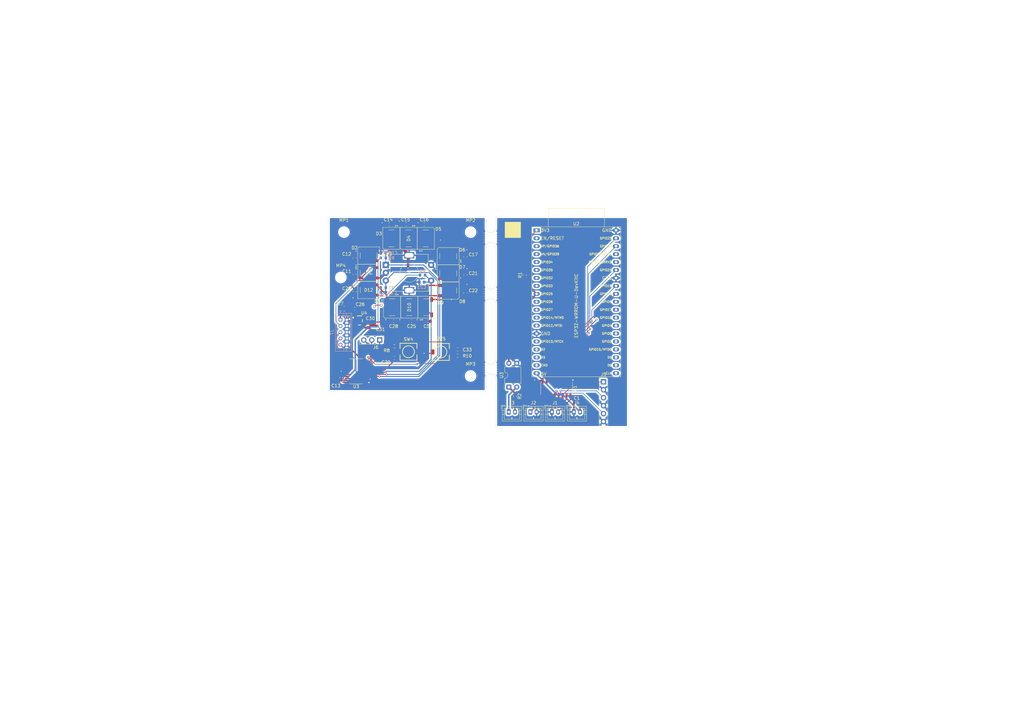
<source format=kicad_pcb>
(kicad_pcb (version 20241229) (generator "pcbnew") (generator_version "9.0")
  (layers (0 "F.Cu" signal) (2 "B.Cu" signal) (13 "F.Paste" user) (15 "B.Paste" user) (5 "F.SilkS" user "F.Silkscreen") (7 "B.SilkS" user "B.Silkscreen") (1 "F.Mask" user) (3 "B.Mask" user) (25 "Edge.Cuts" user))
  (net 0 "")
  (net 1 "GND")
  (net 2 "/Encoder/SCL")
  (net 3 "/Encoder/rot_a")
  (net 4 "/Encoder/3V3")
  (net 5 "Net-(D1-DOUT)")
  (net 6 "/Encoder/5V")
  (net 7 "Net-(D10-DOUT)")
  (net 8 "Net-(D10-DIN)")
  (net 9 "/Encoder/back_sw")
  (net 10 "/Encoder/rot_b")
  (net 11 "/Encoder/rot_sw")
  (net 12 "/Encoder/sw_2")
  (net 13 "/Encoder/LED_DATA")
  (net 14 "Net-(J6-Pin_1)")
  (net 15 "/Encoder/SDA")
  (net 16 "Net-(D6-DOUT)")
  (net 17 "Net-(D7-DOUT)")
  (net 18 "Net-(J6-Pin_3)")
  (net 19 "Net-(D2-DOUT)")
  (net 20 "Net-(D5-DOUT)")
  (net 21 "/Encoder/INT")
  (net 22 "Net-(D11-DOUT)")
  (net 23 "Net-(D8-DOUT)")
  (net 24 "Net-(D4-DOUT)")
  (net 25 "Net-(D3-DOUT)")
  (net 26 "Net-(J6-Pin_2)")
  (net 38 "+5V")
  (net 39 "Net-(J1-Pin_2)")
  (net 40 "Net-(J2-Pin_1)")
  (net 41 "Net-(J3-Pin_2)")
  (net 42 "Net-(J3-Pin_1)")
  (net 43 "Net-(J5-Pin_3)")
  (net 44 "Net-(J5-Pin_5)")
  (net 45 "Net-(J5-Pin_1)")
  (net 46 "+3V3")
  (net 47 "Net-(U2-DAC_1{slash}ADC2_CH8{slash}GPIO25)")
  (net 48 "Net-(R2-Pad1)")
  (net 50 "/IN4")
  (net 51 "/IN1")
  (net 52 "/IN3")
  (net 56 "/IN5")
  (net 58 "/IN2")
  (footprint "Capacitor_SMD:C_0603_1608Metric" (layer "F.Cu") (at 134.842377 86.187 90)
    (property "Reference" "C22")
    (property "Value" "0.1uF")
  )
  (footprint "easyeda2kicad:SOT-23-5_L2.9-W1.6-P0.95-LS2.8-BR" (layer "F.Cu") (at 100.980877 95.038 180)
    (property "Reference" "U4")
    (property "Value" "TPS7B92033DBVR" (hide yes))
  )
  (footprint "Resistor_SMD:R_0603_1608Metric" (layer "F.Cu") (at 150.75 119.238 -90)
    (property "Reference" "R2")
    (property "Value" "220R")
  )
  (footprint "LED_SMD:LED_WS2812B_PLCC4_5.0x5.0mm_P3.2mm" (layer "F.Cu") (at 129.342377 85.423927)
    (property "Reference" "D8")
    (property "Value" "WS2812B")
  )
  (footprint "Connector_JST:JST_PH_B2B-PH-K_1x02_P2.00mm_Vertical" (layer "F.Cu") (at 148.7 124.238)
    (property "Reference" "J3")
    (property "Value" "POWER_LED")
  )
  (footprint "Capacitor_SMD:C_0603_1608Metric" (layer "F.Cu") (at 115.905877 64.238 180)
    (property "Reference" "C15")
    (property "Value" "0.1uF")
  )
  (footprint "Panelization2:mouse-bite-3mm-slot" (layer "F.Cu") (at 143 68.488 90)
    (property "Reference" "mouse-bite-3mm-slot" (hide yes))
    (property "Value" "VAL**" (hide yes))
  )
  (footprint "MountingHole:MountingHole_3.2mm_M3_ISO7380" (layer "F.Cu") (at 96 66.738)
    (property "Reference" "MP1")
    (property "Value" "MountingHole_3.2mm_M3_ISO7380")
  )
  (footprint "Capacitor_SMD:C_0603_1608Metric" (layer "F.Cu") (at 99.380877 75.013 -90)
    (property "Reference" "C12")
    (property "Value" "0.1uF")
  )
  (footprint "Capacitor_SMD:C_0603_1608Metric" (layer "F.Cu") (at 99.405877 91.238 180)
    (property "Reference" "C26")
    (property "Value" "0.1uF")
  )
  (footprint "Capacitor_SMD:C_0603_1608Metric" (layer "F.Cu") (at 99.380877 80.238 -90)
    (property "Reference" "C11")
    (property "Value" "0.1uF")
  )
  (footprint "Capacitor_SMD:C_0603_1608Metric" (layer "F.Cu") (at 103.630877 96.513 -90)
    (property "Reference" "C30")
    (property "Value" "0.1uF" (hide yes))
  )
  (footprint "Capacitor_SMD:C_0603_1608Metric" (layer "F.Cu") (at 134.842377 80.412 90)
    (property "Reference" "C21")
    (property "Value" "0.1uF")
  )
  (footprint "LED_SMD:LED_WS2812B_PLCC4_5.0x5.0mm_P3.2mm" (layer "F.Cu") (at 116.680877 68.738 -90)
    (property "Reference" "D4")
    (property "Value" "WS2812B" (hide yes))
  )
  (footprint "LED_SMD:LED_WS2812B_PLCC4_5.0x5.0mm_P3.2mm" (layer "F.Cu") (at 129.342377 74.412 180)
    (property "Reference" "D6")
    (property "Value" "WS2812B")
  )
  (footprint "MountingHole:MountingHole_3.2mm_M3_ISO7380" (layer "F.Cu") (at 136.5 66.738)
    (property "Reference" "MP2")
    (property "Value" "MountingHole_3.2mm_M3_ISO7380")
  )
  (footprint "Capacitor_SMD:C_0603_1608Metric" (layer "F.Cu") (at 117.605877 95.238)
    (property "Reference" "C25")
    (property "Value" "0.1uF")
  )
  (footprint "Capacitor_SMD:C_0603_1608Metric" (layer "F.Cu") (at 110.455877 64.238 180)
    (property "Reference" "C14")
    (property "Value" "0.1uF")
  )
  (footprint "LED_SMD:LED_WS2812B_PLCC4_5.0x5.0mm_P3.2mm" (layer "F.Cu") (at 103.880877 74.238 180)
    (property "Reference" "D2")
    (property "Value" "WS2812B")
  )
  (footprint "Capacitor_SMD:C_0805_2012Metric" (layer "F.Cu") (at 96.080877 91.238 180)
    (property "Reference" "C27")
    (property "Value" "10uF")
  )
  (footprint "MountingHole:MountingHole_3.2mm_M3_ISO7380" (layer "F.Cu") (at 95 81.238)
    (property "Reference" "MP4")
    (property "Value" "MountingHole_3.2mm_M3_ISO7380")
  )
  (footprint "Capacitor_SMD:C_0805_2012Metric" (layer "F.Cu") (at 105.380877 97.538 -90)
    (property "Reference" "C31")
    (property "Value" "10uF" (hide yes))
  )
  (footprint "Package_SO:SOIC-16_3.9x9.9mm_P1.27mm" (layer "F.Cu") (at 164 116.738 -90)
    (property "Reference" "U1")
    (property "Value" "ULN2003A")
  )
  (footprint "Connector_JST:JST_PH_B2B-PH-K_1x02_P2.00mm_Vertical" (layer "F.Cu") (at 162.5 124.238)
    (property "Reference" "J1")
    (property "Value" "POWER_BTN")
  )
  (footprint "LED_SMD:LED_WS2812B_PLCC4_5.0x5.0mm_P3.2mm" (layer "F.Cu") (at 129.342377 79.912)
    (property "Reference" "D7")
    (property "Value" "WS2812B" (hide yes))
  )
  (footprint "Capacitor_SMD:C_0603_1608Metric" (layer "F.Cu") (at 112.155877 106.988)
    (property "Reference" "C20")
    (property "Value" "0.1uF")
  )
  (footprint "Connector_PinHeader_2.54mm:PinHeader_1x06_P2.54mm_Vertical" (layer "F.Cu") (at 179 114.618)
    (property "Reference" "J5")
    (property "Value" "OPT")
  )
  (footprint "Espressif:ESP32-DevKitC" (layer "F.Cu") (at 157.6 66.158)
    (property "Reference" "U2")
    (property "Value" "ESP32-WRROM-U-DevKitC")
  )
  (footprint "Resistor_SMD:R_0603_1608Metric" (layer "F.Cu") (at 153.75 80.488 90)
    (property "Reference" "R1")
    (property "Value" "4k7")
  )
  (footprint "LED_SMD:LED_WS2812B_PLCC4_5.0x5.0mm_P3.2mm" (layer "F.Cu") (at 122.380877 90.738 90)
    (property "Reference" "D9")
    (property "Value" "WS2812B")
  )
  (footprint "Capacitor_SMD:C_0603_1608Metric" (layer "F.Cu") (at 111.880877 95.238)
    (property "Reference" "C28")
    (property "Value" "0.1uF")
  )
  (footprint "LED_SMD:LED_WS2812B_PLCC4_5.0x5.0mm_P3.2mm" (layer "F.Cu") (at 116.880877 90.738 -90)
    (property "Reference" "D10")
    (property "Value" "WS2812B" (hide yes))
  )
  (footprint "Capacitor_SMD:C_0603_1608Metric" (layer "F.Cu") (at 132.380877 104.238 180)
    (property "Reference" "C33")
    (property "Value" "0.1uF")
  )
  (footprint "Resistor_SMD:R_0603_1608Metric" (layer "F.Cu") (at 132.380877 106.238 180)
    (property "Reference" "R10")
    (property "Value" "10k")
  )
  (footprint "easyeda2kicad:KEY-SMD_SKSUAAE010" (layer "F.Cu") (at 116.630877 104.988)
    (property "Reference" "SW4")
    (property "Value" "SKSUAAE010")
  )
  (footprint "Panelization2:mouse-bite-3mm-slot" (layer "F.Cu") (at 143 86.488 90)
    (property "Reference" "mouse-bite-3mm-slot" (hide yes))
    (property "Value" "VAL**" (hide yes))
  )
  (footprint "Connector_PinHeader_2.54mm:PinHeader_1x03_P2.54mm_Vertical" (layer "F.Cu") (at 107.420877 101.238 -90)
    (property "Reference" "J6")
    (property "Value" "OPT")
  )
  (footprint "Capacitor_SMD:C_0603_1608Metric" (layer "F.Cu") (at 99.380877 85.738 -90)
    (property "Reference" "C29")
    (property "Value" "0.1uF")
  )
  (footprint "Capacitor_SMD:C_0603_1608Metric" (layer "F.Cu") (at 95.130877 113.238 -90)
    (property "Reference" "C13")
    (property "Value" "0.1uF")
  )
  (footprint "LED_SMD:LED_WS2812B_PLCC4_5.0x5.0mm_P3.2mm" (layer "F.Cu") (at 111.380877 90.738 -90)
    (property "Reference" "D11")
    (property "Value" "WS2812B" (hide yes))
  )
  (footprint "LED_SMD:LED_WS2812B_PLCC4_5.0x5.0mm_P3.2mm" (layer "F.Cu") (at 103.880877 85.238)
    (property "Reference" "D12")
    (property "Value" "WS2812B" (hide yes))
  )
  (footprint "Package_DIP:DIP-4_W7.62mm" (layer "F.Cu") (at 148.725 116.293 90)
    (property "Reference" "U3")
    (property "Value" "PC817")
  )
  (footprint "Capacitor_SMD:C_0603_1608Metric" (layer "F.Cu") (at 134.842377 74.637 90)
    (property "Reference" "C17")
    (property "Value" "0.1uF")
  )
  (footprint "Capacitor_SMD:C_0603_1608Metric" (layer "F.Cu") (at 170.475 121.238)
    (property "Reference" "C1")
    (property "Value" "10uF")
  )
  (footprint "Connector_JST:JST_PH_B2B-PH-K_1x02_P2.00mm_Vertical" (layer "F.Cu") (at 155.6 124.238)
    (property "Reference" "J2")
    (property "Value" "AUX1")
  )
  (footprint "Rotary_Encoder:RotaryEncoder_Alps_EC11E-Switch_Vertical_H20mm" (layer "F.Cu") (at 109.380877 77.238)
    (property "Reference" "SW3")
    (property "Value" "EC11E15244B2")
  )
  (footprint "Connector_JST:JST_PH_B2B-PH-K_1x02_P2.00mm_Vertical" (layer "F.Cu") (at 169.5 124.238)
    (property "Reference" "J4")
    (property "Value" "POWER")
  )
  (footprint "LED_SMD:LED_WS2812B_PLCC4_5.0x5.0mm_P3.2mm" (layer "F.Cu") (at 111.180877 68.738 -90)
    (property "Reference" "D3")
    (property "Value" "WS2812B")
  )
  (footprint "Capacitor_SMD:C_0603_1608Metric" (layer "F.Cu") (at 122.880877 95.238)
    (property "Reference" "C24")
    (property "Value" "0.1uF")
  )
  (footprint "Panelization2:mouse-bite-3mm-slot" (layer "F.Cu") (at 143 110.488 90)
    (property "Reference" "mouse-bite-3mm-slot" (hide yes))
    (property "Value" "VAL**" (hide yes))
  )
  (footprint "Capacitor_SMD:C_0603_1608Metric" (layer "F.Cu") (at 121.680877 64.238 180)
    (property "Reference" "C16")
    (property "Value" "0.1uF")
  )
  (footprint "LED_SMD:LED_WS2812B_PLCC4_5.0x5.0mm_P3.2mm" (layer "F.Cu") (at 122.180877 68.738 90)
    (property "Reference" "D5")
    (property "Value" "WS2812B")
  )
  (footprint "easyeda2kicad:KEY-SMD_SKSUAAE010" (layer "F.Cu") (at 127.000877 105.048 180)
    (property "Reference" "SW5")
    (property "Value" "SKSUAAE010")
  )
  (footprint "Package_SO:TSSOP-24_4.4x7.8mm_P0.65mm" (layer "F.Cu") (at 99.880877 111.238 180)
    (property "Reference" "U3")
    (property "Value" "TCA9535PWR")
  )
  (footprint "Resistor_SMD:R_0603_1608Metric" (layer "F.Cu") (at 112.130877 103.238)
    (property "Reference" "R8")
    (property "Value" "10k")
  )
  (footprint "MountingHole:MountingHole_3.2mm_M3_ISO7380" (layer "F.Cu") (at 136.5 112.738)
    (property "Reference" "MP3")
    (property "Value" "MountingHole_3.2mm_M3_ISO7380")
  )
  (footprint "LED_SMD:LED_WS2812B_PLCC4_5.0x5.0mm_P3.2mm" (layer "F.Cu") (at 103.880877 79.738)
    (property "Reference" "D1")
    (property "Value" "WS2812B" (hide yes))
  )
  (footprint "Connector_JST:JST_PHD_B10B-PHDSS_2x05_P2.00mm_Vertical" (layer "B.Cu") (at 94.880877 94.738 -90)
    (property "Reference" "J7")
    (property "Value" "->ESP32")
  )
  (footprint "Resistor_SMD:R_0603_1608Metric" (layer "B.Cu") (at 121.130877 80.488)
    (property "Reference" "R9")
    (property "Value" "10k" (hide yes))
  )
  (footprint "Capacitor_SMD:C_0603_1608Metric" (layer "B.Cu") (at 108.555877 73.488)
    (property "Reference" "C18")
    (property "Value" "0.1uF" (hide yes))
  )
  (footprint "Resistor_SMD:R_0603_1608Metric" (layer "B.Cu") (at 108.555877 84.488)
    (property "Reference" "R7")
    (property "Value" "10k" (hide yes))
  )
  (footprint "Resistor_SMD:R_0603_1608Metric" (layer "B.Cu") (at 108.555877 74.988)
    (property "Reference" "R6")
    (property "Value" "10k" (hide yes))
  )
  (footprint "Capacitor_SMD:C_0603_1608Metric" (layer "B.Cu") (at 108.555877 85.988)
    (property "Reference" "C19")
    (property "Value" "0.1uF" (hide yes))
  )
  (footprint "Capacitor_SMD:C_0603_1608Metric" (layer "B.Cu") (at 120.880877 82.738)
    (property "Reference" "C23")
    (property "Value" "0.1uF" (hide yes))
  )
  (gr_rect (start 147.5 63.5) (end 152.5 68.5) (stroke (width 0.1)) (fill yes) (layer "F.SilkS"))
  (gr_arc (start 144.5 83.488) (mid 143 84.988) (end 141.5 83.488) (stroke (width 0.05)) (layer "Edge.Cuts"))
  (gr_line (start 141.5 61.738) (end 141.5 65.488) (stroke (width 0.05)) (layer "Edge.Cuts"))
  (gr_line (start 91 117.738) (end 91 61.738) (stroke (width 0.05)) (layer "Edge.Cuts"))
  (gr_arc (start 141.5 71.488) (mid 143 69.988) (end 144.5 71.488) (stroke (width 0.05)) (layer "Edge.Cuts"))
  (gr_line (start 141.5 117.738) (end 91 117.738) (stroke (width 0.05)) (layer "Edge.Cuts"))
  (gr_arc (start 141.5 113.488) (mid 143 111.988) (end 144.5 113.488) (stroke (width 0.05)) (layer "Edge.Cuts"))
  (gr_arc (start 144.5 65.488) (mid 143 66.988) (end 141.5 65.488) (stroke (width 0.05)) (layer "Edge.Cuts"))
  (gr_line (start 141.5 61.738) (end 91 61.738) (stroke (width 0.05)) (layer "Edge.Cuts"))
  (gr_line (start 141.5 113.488) (end 141.5 117.738) (stroke (width 0.05)) (layer "Edge.Cuts"))
  (gr_line (start 141.5 71.488) (end 141.5 83.488) (stroke (width 0.05)) (layer "Edge.Cuts"))
  (gr_line (start 187 61.738) (end 187 129.238) (stroke (width 0.05)) (layer "Edge.Cuts"))
  (gr_line (start 144.5 65.488) (end 144.5 61.738) (stroke (width 0.05)) (layer "Edge.Cuts"))
  (gr_line (start 144.5 61.738) (end 187 61.738) (stroke (width 0.05)) (layer "Edge.Cuts"))
  (gr_line (start 144.5 107.488) (end 144.5 89.488) (stroke (width 0.05)) (layer "Edge.Cuts"))
  (gr_line (start 141.5 89.488) (end 141.5 107.488) (stroke (width 0.05)) (layer "Edge.Cuts"))
  (gr_arc (start 144.5 107.488) (mid 143 108.988) (end 141.5 107.488) (stroke (width 0.05)) (layer "Edge.Cuts"))
  (gr_line (start 144.5 129.238) (end 144.5 113.488) (stroke (width 0.05)) (layer "Edge.Cuts"))
  (gr_line (start 144.5 83.488) (end 144.5 71.488) (stroke (width 0.05)) (layer "Edge.Cuts"))
  (gr_line (start 187 129.238) (end 144.5 129.238) (stroke (width 0.05)) (layer "Edge.Cuts"))
  (gr_arc (start 141.5 89.488) (mid 143 87.988) (end 144.5 89.488) (stroke (width 0.05)) (layer "Edge.Cuts"))
  (segment (start 107.929877 90.087) (end 106.179877 90.087) (width 0.2) (layer "F.Cu") (net 0))
  (segment (start 106.179877 90.087) (end 105.679877 90.587) (width 0.2) (layer "F.Cu") (net 0))
  (via (at 107.929877 90.087) (size 0.8) (drill 0.6) (layers "F.Cu" "B.Cu") (net 0))
  (via (at 105.679877 90.587) (size 0.8) (drill 0.6) (layers "F.Cu" "B.Cu") (net 0))
  (segment (start 109.730877 94.388) (end 109.380877 94.738) (width 0.3) (layer "F.Cu") (net 1))
  (segment (start 101.430877 72.588) (end 100.030877 72.588) (width 0.3) (layer "F.Cu") (net 1))
  (segment (start 108.140929 86.888) (end 106.330877 86.888) (width 0.2) (layer "F.Cu") (net 1))
  (segment (start 134.842377 83.912) (end 135.342377 83.412) (width 0.3) (layer "F.Cu") (net 1))
  (segment (start 134.842377 73.862) (end 134.842377 72.912) (width 0.3) (layer "F.Cu") (net 1))
  (segment (start 99.380877 87.238) (end 98.880877 87.738) (width 0.3) (layer "F.Cu") (net 1))
  (segment (start 115.030877 71.188) (end 113.131877 69.289) (width 0.4) (layer "F.Cu") (net 1))
  (segment (start 106.330877 86.888) (end 105.480877 87.738) (width 0.3) (layer "F.Cu") (net 1))
  (segment (start 130.380877 88.288) (end 130.578304 88.288) (width 0.4) (layer "F.Cu") (net 1))
  (segment (start 100.580877 95.038) (end 99.880877 95.038) (width 0.5) (layer "F.Cu") (net 1))
  (segment (start 96.880877 91.388) (end 97.030877 91.238) (width 0.4) (layer "F.Cu") (net 1))
  (segment (start 121.630877 105.488) (end 120.630877 105.488) (width 0.3) (layer "F.Cu") (net 1))
  (segment (start 115.030877 72.288) (end 116.880877 74.138) (width 1) (layer "F.Cu") (net 1))
  (segment (start 100.030877 72.588) (end 99.880877 72.738) (width 0.3) (layer "F.Cu") (net 1))
  (segment (start 123.860877 105.488) (end 124.300877 105.048) (width 0.3) (layer "F.Cu") (net 1))
  (segment (start 159.555 114.263) (end 157.275 114.263) (width 0.5) (layer "F.Cu") (net 1))
  (segment (start 126.830877 69.288) (end 123.830877 66.288) (width 0.4) (layer "F.Cu") (net 1))
  (segment (start 169.5 124.238) (end 169.5 121.438) (width 0.5) (layer "F.Cu") (net 1))
  (segment (start 99.380877 86.513) (end 99.380877 87.238) (width 0.3) (layer "F.Cu") (net 1))
  (segment (start 115.130877 64.238) (end 114.680877 64.238) (width 0.3) (layer "F.Cu") (net 1))
  (segment (start 108.390928 86.638001) (end 108.140929 86.888) (width 0.2) (layer "F.Cu") (net 1))
  (segment (start 108.680877 64.238) (end 108.180877 63.738) (width 0.3) (layer "F.Cu") (net 1))
  (segment (start 120.180877 64.238) (end 119.680877 63.738) (width 0.3) (layer "F.Cu") (net 1))
  (segment (start 102.743377 107.663) (end 101.805877 107.663) (width 0.4) (layer "F.Cu") (net 1))
  (segment (start 121.630877 105.488) (end 123.860877 105.488) (width 0.3) (layer "F.Cu") (net 1))
  (segment (start 106.230877 81.388) (end 104.929877 80.087) (width 0.75) (layer "F.Cu") (net 1))
  (segment (start 99.380877 81.013) (end 99.380877 81.738) (width 0.3) (layer "F.Cu") (net 1))
  (segment (start 122.679877 96.214) (end 123.655877 95.238) (width 0.3) (layer "F.Cu") (net 1))
  (segment (start 116.5 74.518877) (end 116.880877 74.138) (width 0.75) (layer "F.Cu") (net 1))
  (segment (start 99.880877 95.038) (end 97.180877 95.038) (width 0.4) (layer "F.Cu") (net 1))
  (segment (start 105.480877 82.238) (end 106.330877 81.388) (width 0.3) (layer "F.Cu") (net 1))
  (segment (start 126.892377 69.3495) (end 126.830877 69.288) (width 0.4) (layer "F.Cu") (net 1))
  (segment (start 133.192377 81.562) (end 133.342377 81.412) (width 0.3) (layer "F.Cu") (net 1))
  (segment (start 114.680877 64.238) (end 113.680877 63.238) (width 0.3) (layer "F.Cu") (net 1))
  (segment (start 99.380877 81.738) (end 99.880877 82.238) (width 0.3) (layer "F.Cu") (net 1))
  (segment (start 96.880877 94.738) (end 96.880877 91.388) (width 0.4) (layer "F.Cu") (net 1))
  (segment (start 115.030877 71.188) (end 115.030877 72.288) (width 1) (layer "F.Cu") (net 1))
  (segment (start 102.743377 113.513) (end 102.743377 114.163) (width 0.5) (layer "F.Cu") (net 1))
  (segment (start 104.180877 97.288) (end 105.380877 98.488) (width 0.5) (layer "F.Cu") (net 1))
  (segment (start 116.5 78.238) (end 116.5 74.518877) (width 0.75) (layer "F.Cu") (net 1))
  (segment (start 109.530877 71.188) (end 102.830877 71.188) (width 0.4) (layer "F.Cu") (net 1))
  (segment (start 134.842377 78.912) (end 135.342377 78.412) (width 0.3) (layer "F.Cu") (net 1))
  (segment (start 122.679877 96.587) (end 122.679877 96.214) (width 0.3) (layer "F.Cu") (net 1))
  (segment (start 100.831877 95.289) (end 100.580877 95.038) (width 0.5) (layer "F.Cu") (net 1))
  (segment (start 124.030877 88.288) (end 130.380877 88.288) (width 0.4) (layer "F.Cu") (net 1))
  (segment (start 113.380877 95.238) (end 113.880877 94.738) (width 0.3) (layer "F.Cu") (net 1))
  (segment (start 113.880877 94.538) (end 115.230877 93.188) (width 0.3) (layer "F.Cu") (net 1))
  (segment (start 97.030877 91.238) (end 98.630877 91.238) (width 0.4) (layer "F.Cu") (net 1))
  (segment (start 97.018377 112.863) (end 95.987508 112.863) (width 0.4) (layer "F.Cu") (net 1))
  (segment (start 103.630877 97.288) (end 101.678877 97.288) (width 0.5) (layer "F.Cu") (net 1))
  (segment (start 101.678877 97.288) (end 100.831877 96.441) (width 0.5) (layer "F.Cu") (net 1))
  (segment (start 120.630877 105.488) (end 120.130877 104.988) (width 0.3) (layer "F.Cu") (net 1))
  (segment (start 109.730877 93.188) (end 109.730877 94.388) (width 0.3) (layer "F.Cu") (net 1))
  (segment (start 111.429877 69.289) (end 109.530877 71.188) (width 0.4) (layer "F.Cu") (net 1))
  (segment (start 113.131877 69.289) (end 111.429877 69.289) (width 0.4) (layer "F.Cu") (net 1))
  (segment (start 97.180877 95.038) (end 96.880877 94.738) (width 0.4) (layer "F.Cu") (net 1))
  (segment (start 107.730877 81.388) (end 109.380877 79.738) (width 0.75) (layer "F.Cu") (net 1))
  (segment (start 134.842377 79.637) (end 134.842377 78.912) (width 0.3) (layer "F.Cu") (net 1))
  (segment (start 95.130877 112.463) (end 95.130877 111.238) (width 0.4) (layer "F.Cu") (net 1))
  (segment (start 104.155877 113.513) (end 104.380877 113.738) (width 0.4) (layer "F.Cu") (net 1))
  (segment (start 103.630877 97.288) (end 104.180877 97.288) (width 0.5) (layer "F.Cu") (net 1))
  (segment (start 118.380877 95.238) (end 118.880877 95.238) (width 0.3) (layer "F.Cu") (net 1))
  (segment (start 118.880877 95.238) (end 119.380877 94.738) (width 0.3) (layer "F.Cu") (net 1))
  (segment (start 99.380877 76.738) (end 99.880877 77.238) (width 0.3) (layer "F.Cu") (net 1))
  (segment (start 126.892377 72.762) (end 126.892377 69.3495) (width 0.4) (layer "F.Cu") (net 1))
  (segment (start 106.330877 81.388) (end 107.730877 81.388) (width 0.75) (layer "F.Cu") (net 1))
  (segment (start 157.275 114.263) (end 157 113.988) (width 0.5) (layer "F.Cu") (net 1))
  (segment (start 95.587508 112.463) (end 95.130877 112.463) (width 0.4) (layer "F.Cu") (net 1))
  (segment (start 134.842377 72.912) (end 135.342377 72.412) (width 0.3) (layer "F.Cu") (net 1))
  (segment (start 112.655877 95.238) (end 113.380877 95.238) (width 0.3) (layer "F.Cu") (net 1))
  (segment (start 99.380877 75.788) (end 99.380877 76.738) (width 0.3) (layer "F.Cu") (net 1))
  (segment (start 101.805877 107.663) (end 96.880877 102.738) (width 0.4) (layer "F.Cu") (net 1))
  (segment (start 120.130877 104.988) (end 119.330877 104.988) (width 0.3) (layer "F.Cu") (net 1))
  (segment (start 134.842377 85.412) (end 134.842377 83.912) (width 0.3) (layer "F.Cu") (net 1))
  (segment (start 100.831877 96.441) (end 100.831877 95.289) (width 0.5) (layer "F.Cu") (net 1))
  (segment (start 131.792377 81.562) (end 133.192377 81.562) (width 0.3) (layer "F.Cu") (net 1))
  (segment (start 106.330877 81.388) (end 106.230877 81.388) (width 0.75) (layer "F.Cu") (net 1))
  (segment (start 113.880877 94.738) (end 113.880877 94.538) (width 0.3) (layer "F.Cu") (net 1))
  (segment (start 109.680877 64.238) (end 108.680877 64.238) (width 0.3) (layer "F.Cu") (net 1))
  (segment (start 95.987508 112.863) (end 95.587508 112.463) (width 0.4) (layer "F.Cu") (net 1))
  (segment (start 99.880877 82.238) (end 105.480877 82.238) (width 0.3) (layer "F.Cu") (net 1))
  (segment (start 102.743377 113.513) (end 104.155877 113.513) (width 0.4) (layer "F.Cu") (net 1))
  (segment (start 169.5 121.438) (end 169.7 121.238) (width 0.5) (layer "F.Cu") (net 1))
  (segment (start 130.578304 88.288) (end 131.792377 87.073927) (width 0.4) (layer "F.Cu") (net 1))
  (segment (start 120.905877 64.238) (end 120.180877 64.238) (width 0.3) (layer "F.Cu") (net 1))
  (segment (start 102.830877 71.188) (end 101.430877 72.588) (width 0.4) (layer "F.Cu") (net 1))
  (segment (start 105.480877 87.738) (end 98.880877 87.738) (width 0.3) (layer "F.Cu") (net 1))
  (via (at 119.680877 63.738) (size 0.6) (drill 0.3) (layers "F.Cu" "B.Cu") (net 1))
  (via (at 95.130877 111.238) (size 0.6) (drill 0.3) (layers "F.Cu" "B.Cu") (net 1))
  (via (at 113.680877 63.238) (size 0.6) (drill 0.3) (layers "F.Cu" "B.Cu") (net 1))
  (via (at 121.630877 105.488) (size 0.6) (drill 0.3) (layers "F.Cu" "B.Cu") (net 1))
  (via (at 135.342377 83.412) (size 0.6) (drill 0.3) (layers "F.Cu" "B.Cu") (net 1))
  (via (at 99.880877 72.738) (size 0.6) (drill 0.3) (layers "F.Cu" "B.Cu") (net 1))
  (via (at 104.380877 113.738) (size 0.6) (drill 0.3) (layers "F.Cu" "B.Cu") (net 1))
  (via (at 122.679877 96.587) (size 0.6) (drill 0.3) (layers "F.Cu" "B.Cu") (net 1))
  (via (at 113.880877 94.738) (size 0.6) (drill 0.3) (layers "F.Cu" "B.Cu") (net 1))
  (via (at 108.390928 86.638001) (size 0.6) (drill 0.3) (layers "F.Cu" "B.Cu") (net 1))
  (via (at 130.380877 88.288) (size 0.6) (drill 0.3) (layers "F.Cu" "B.Cu") (net 1))
  (via (at 99.880877 77.238) (size 0.6) (drill 0.3) (layers "F.Cu" "B.Cu") (net 1))
  (via (at 104.929877 80.087) (size 0.6) (drill 0.3) (layers "F.Cu" "B.Cu") (net 1))
  (via (at 98.880877 87.738) (size 0.6) (drill 0.3) (layers "F.Cu" "B.Cu") (net 1))
  (via (at 116.5 78.238) (size 0.6) (drill 0.3) (layers "F.Cu" "B.Cu") (net 1))
  (via (at 135.342377 72.412) (size 0.6) (drill 0.3) (layers "F.Cu" "B.Cu") (net 1))
  (via (at 119.380877 94.738) (size 0.6) (drill 0.3) (layers "F.Cu" "B.Cu") (net 1))
  (via (at 108.180877 63.738) (size 0.6) (drill 0.3) (layers "F.Cu" "B.Cu") (net 1))
  (via (at 109.380877 94.738) (size 0.6) (drill 0.3) (layers "F.Cu" "B.Cu") (net 1))
  (via (at 157 113.988) (size 0.6) (drill 0.3) (layers "F.Cu" "B.Cu") (net 1))
  (via (at 99.880877 82.238) (size 0.6) (drill 0.3) (layers "F.Cu" "B.Cu") (net 1))
  (via (at 126.830877 69.288) (size 0.6) (drill 0.3) (layers "F.Cu" "B.Cu") (net 1))
  (via (at 133.342377 81.412) (size 0.6) (drill 0.3) (layers "F.Cu" "B.Cu") (net 1))
  (via (at 135.342377 78.412) (size 0.6) (drill 0.3) (layers "F.Cu" "B.Cu") (net 1))
  (segment (start 107.780877 85.988) (end 107.780877 86.02795) (width 0.2) (layer "B.Cu") (net 1))
  (segment (start 109.380877 79.738) (end 110.182877 78.936) (width 0.75) (layer "B.Cu") (net 1))
  (segment (start 115.802 78.936) (end 116.5 78.238) (width 0.75) (layer "B.Cu") (net 1))
  (segment (start 110.182877 78.936) (end 115.802 78.936) (width 0.75) (layer "B.Cu") (net 1))
  (segment (start 107.780877 86.02795) (end 108.390928 86.638001) (width 0.2) (layer "B.Cu") (net 1))
  (segment (start 93.578877 113.936) (end 95.630877 115.988) (width 0.2) (layer "F.Cu") (net 2))
  (segment (start 98.630877 114.388001) (end 97.755876 113.513) (width 0.2) (layer "F.Cu") (net 2))
  (segment (start 93.578877 100.04) (end 93.578877 113.936) (width 0.2) (layer "F.Cu") (net 2))
  (segment (start 94.880877 98.738) (end 93.578877 100.04) (width 0.2) (layer "F.Cu") (net 2))
  (segment (start 98.630877 115.238) (end 98.630877 114.388001) (width 0.2) (layer "F.Cu") (net 2))
  (segment (start 97.880877 115.988) (end 98.630877 115.238) (width 0.2) (layer "F.Cu") (net 2))
  (segment (start 97.755876 113.513) (end 97.018377 113.513) (width 0.2) (layer "F.Cu") (net 2))
  (segment (start 95.630877 115.988) (end 97.880877 115.988) (width 0.2) (layer "F.Cu") (net 2))
  (segment (start 107.380877 112.863) (end 102.743377 112.863) (width 0.3) (layer "F.Cu") (net 3))
  (via (at 107.380877 112.863) (size 0.6) (drill 0.3) (layers "F.Cu" "B.Cu") (net 3))
  (segment (start 121.5 77.238) (end 126.630877 82.368877) (width 0.3) (layer "B.Cu") (net 3))
  (segment (start 126.630877 106.196521) (end 120.079448 112.747949) (width 0.3) (layer "B.Cu") (net 3))
  (segment (start 107.415826 112.897949) (end 107.380877 112.863) (width 0.3) (layer "B.Cu") (net 3))
  (segment (start 120.079448 112.747949) (end 119.929448 112.897949) (width 0.3) (layer "B.Cu") (net 3))
  (segment (start 119.929448 112.897949) (end 107.415826 112.897949) (width 0.3) (layer "B.Cu") (net 3))
  (segment (start 109.330877 74.938) (end 109.380877 74.988) (width 0.3) (layer "B.Cu") (net 3))
  (segment (start 109.380877 77.238) (end 121.5 77.238) (width 0.3) (layer "B.Cu") (net 3))
  (segment (start 109.380877 77.238) (end 109.380877 74.988) (width 0.3) (layer "B.Cu") (net 3))
  (segment (start 109.330877 73.488) (end 109.330877 74.938) (width 0.3) (layer "B.Cu") (net 3))
  (segment (start 126.630877 87.238) (end 126.630877 106.196521) (width 0.3) (layer "B.Cu") (net 3))
  (segment (start 126.630877 82.368877) (end 126.630877 87.238) (width 0.3) (layer "B.Cu") (net 3))
  (segment (start 111.305877 103.238) (end 111.305877 101.413) (width 0.2) (layer "F.Cu") (net 4))
  (segment (start 106.480877 96.588) (end 106.880877 96.988) (width 0.5) (layer "F.Cu") (net 4))
  (segment (start 103.630877 95.738) (end 103.630877 95.638) (width 0.5) (layer "F.Cu") (net 4))
  (segment (start 133.155877 104.238) (end 130.754877 101.837) (width 0.2) (layer "F.Cu") (net 4))
  (segment (start 95.596874 114.526527) (end 95.596874 114.478997) (width 0.4) (layer "F.Cu") (net 4))
  (segment (start 130.754877 101.837) (end 111.729877 101.837) (width 0.2) (layer "F.Cu") (net 4))
  (segment (start 104.480877 96.588) (end 103.630877 95.738) (width 0.5) (layer "F.Cu") (net 4))
  (segment (start 95.596874 114.478997) (end 95.130877 114.013) (width 0.4) (layer "F.Cu") (net 4))
  (segment (start 111.380877 106.988) (end 111.380877 103.313) (width 0.2) (layer "F.Cu") (net 4))
  (segment (start 95.883347 114.813) (end 97.018377 114.813) (width 0.4) (layer "F.Cu") (net 4))
  (segment (start 111.305877 101.413) (end 106.880877 96.988) (width 0.2) (layer "F.Cu") (net 4))
  (segment (start 133.155877 106.188) (end 133.205877 106.238) (width 0.2) (layer "F.Cu") (net 4))
  (segment (start 133.155877 104.238) (end 133.155877 106.188) (width 0.2) (layer "F.Cu") (net 4))
  (segment (start 95.596874 114.526527) (end 95.883347 114.813) (width 0.4) (layer "F.Cu") (net 4))
  (segment (start 111.729877 101.837) (end 111.305877 101.413) (width 0.2) (layer "F.Cu") (net 4))
  (segment (start 105.380877 96.588) (end 104.480877 96.588) (width 0.5) (layer "F.Cu") (net 4))
  (segment (start 105.380877 96.588) (end 106.480877 96.588) (width 0.5) (layer "F.Cu") (net 4))
  (segment (start 103.630877 95.638) (end 102.080877 94.088) (width 0.5) (layer "F.Cu") (net 4))
  (segment (start 111.380877 103.313) (end 111.305877 103.238) (width 0.2) (layer "F.Cu") (net 4))
  (via (at 106.880877 96.988) (size 0.6) (drill 0.3) (layers "F.Cu" "B.Cu") (net 4))
  (via (at 95.596874 114.526527) (size 0.6) (drill 0.3) (layers "F.Cu" "B.Cu") (net 4))
  (segment (start 106.880877 85.338) (end 107.730877 84.488) (width 0.2) (layer "B.Cu") (net 4))
  (segment (start 106.880877 87.988) (end 106.880877 85.338) (width 0.2) (layer "B.Cu") (net 4))
  (segment (start 106.880877 96.988) (end 103.880877 96.988) (width 0.5) (layer "B.Cu") (net 4))
  (segment (start 106.880877 96.988) (end 106.880877 87.988) (width 0.2) (layer "B.Cu") (net 4))
  (segment (start 103.880877 96.988) (end 99.630877 101.238) (width 0.5) (layer "B.Cu") (net 4))
  (segment (start 95.84235 114.526527) (end 95.596874 114.526527) (width 0.5) (layer "B.Cu") (net 4))
  (segment (start 120.305877 80.488) (end 116.055987 80.488) (width 0.2) (layer "B.Cu") (net 4))
  (segment (start 106.880877 85.338) (end 106.880877 75.838) (width 0.2) (layer "B.Cu") (net 4))
  (segment (start 107.630877 87.238) (end 106.880877 87.988) (width 0.2) (layer "B.Cu") (net 4))
  (segment (start 109.305987 87.238) (end 107.630877 87.238) (width 0.2) (layer "B.Cu") (net 4))
  (segment (start 99.630877 110.738) (end 95.84235 114.526527) (width 0.5) (layer "B.Cu") (net 4))
  (segment (start 99.630877 101.238) (end 99.630877 110.738) (width 0.5) (layer "B.Cu") (net 4))
  (segment (start 116.055987 80.488) (end 109.305987 87.238) (width 0.2) (layer "B.Cu") (net 4))
  (segment (start 106.880877 75.838) (end 107.730877 74.988) (width 0.2) (layer "B.Cu") (net 4))
  (segment (start 102.880877 77.338) (end 101.430877 75.888) (width 0.3) (layer "F.Cu") (net 5))
  (segment (start 101.430877 81.388) (end 102.880877 79.938) (width 0.3) (layer "F.Cu") (net 5))
  (segment (start 102.880877 79.938) (end 102.880877 77.338) (width 0.3) (layer "F.Cu") (net 5))
  (segment (start 116.830877 89.988) (end 116.830877 95.238) (width 0.3) (layer "F.Cu") (net 6))
  (segment (start 111.105877 90.213) (end 111.105877 95.238) (width 0.3) (layer "F.Cu") (net 6))
  (segment (start 99.880877 91.538) (end 100.180877 91.238) (width 0.5) (layer "F.Cu") (net 6))
  (segment (start 132.455304 84.574927) (end 132.637539 84.574927) (width 0.3) (layer "F.Cu") (net 6))
  (segment (start 100.180877 91.238) (end 99.004877 90.062) (width 0.5) (layer "F.Cu") (net 6))
  (segment (start 98.229877 88.007654) (end 98.229877 86.114) (width 0.3) (layer "F.Cu") (net 6))
  (segment (start 112.830877 66.288) (end 112.830877 65.838) (width 0.3) (layer "F.Cu") (net 6))
  (segment (start 106.511223 65.187) (end 98.554877 73.143346) (width 0.3) (layer "F.Cu") (net 6))
  (segment (start 98.554877 78.637) (end 98.554877 75.064) (width 0.3) (layer "F.Cu") (net 6))
  (segment (start 112.830877 65.838) (end 111.230877 64.238) (width 0.3) (layer "F.Cu") (net 6))
  (segment (start 94.880877 94.738) (end 94.880877 91.488) (width 0.4) (layer "F.Cu") (net 6))
  (segment (start 126.892377 83.773927) (end 123.04495 83.773927) (width 0.4) (layer "F.Cu") (net 6))
  (segment (start 120.530877 71.188) (end 122.455877 69.263) (width 0.3) (layer "F.Cu") (net 6))
  (segment (start 100.755877 78.088) (end 99.380877 79.463) (width 0.3) (layer "F.Cu") (net 6))
  (segment (start 127.693377 84.574927) (end 132.455304 84.574927) (width 0.3) (layer "F.Cu") (net 6))
  (segment (start 110.281877 65.187) (end 106.511223 65.187) (width 0.3) (layer "F.Cu") (net 6))
  (segment (start 123.04495 83.773927) (end 118.530877 88.288) (width 0.4) (layer "F.Cu") (net 6))
  (segment (start 116.004877 96.064) (end 111.931877 96.064) (width 0.3) (layer "F.Cu") (net 6))
  (segment (start 98.229877 86.114) (end 99.380877 84.963) (width 0.3) (layer "F.Cu") (net 6))
  (segment (start 111.355877 95.488) (end 105.710223 95.488) (width 0.3) (layer "F.Cu") (net 6))
  (segment (start 126.892377 83.773927) (end 127.693377 84.574927) (width 0.3) (layer "F.Cu") (net 6))
  (segment (start 118.330877 66.288) (end 119.431877 65.187) (width 0.3) (layer "F.Cu") (net 6))
  (segment (start 126.892377 78.262) (end 127.868377 79.238) (width 0.3) (layer "F.Cu") (net 6))
  (segment (start 100.755877 83.588) (end 99.380877 84.963) (width 0.3) (layer "F.Cu") (net 6))
  (segment (start 113.030877 88.288) (end 111.105877 90.213) (width 0.3) (layer "F.Cu") (net 6))
  (segment (start 115.731877 65.187) (end 116.680877 64.238) (width 0.3) (layer "F.Cu") (net 6))
  (segment (start 99.380877 79.463) (end 98.554877 78.637) (width 0.3) (layer "F.Cu") (net 6))
  (segment (start 98.554877 75.064) (end 99.380877 74.238) (width 0.3) (layer "F.Cu") (net 6))
  (segment (start 121.279877 96.064) (end 117.656877 96.064) (width 0.3) (layer "F.Cu") (net 6))
  (segment (start 122.455877 65.738) (end 122.455877 65.238) (width 0.3) (layer "F.Cu") (net 6))
  (segment (start 119.431877 65.187) (end 121.904877 65.187) (width 0.3) (layer "F.Cu") (net 6))
  (segment (start 98.554877 80.289) (end 99.380877 79.463) (width 0.3) (layer "F.Cu") (net 6))
  (segment (start 118.530877 88.288) (end 116.830877 89.988) (width 0.3) (layer "F.Cu") (net 6))
  (segment (start 131.792377 76.062) (end 134.192377 76.062) (width 0.3) (layer "F.Cu") (net 6))
  (segment (start 122.105877 95.238) (end 121.279877 96.064) (width 0.3) (layer "F.Cu") (net 6))
  (segment (start 99.004877 90.062) (end 96.306877 90.062) (width 0.5) (layer "F.Cu") (net 6))
  (segment (start 101.430877 83.588) (end 100.755877 83.588) (width 0.3) (layer "F.Cu") (net 6))
  (segment (start 134.192377 76.062) (end 134.192377 77.939) (width 0.3) (layer "F.Cu") (net 6))
  (segment (start 99.880877 94.088) (end 99.880877 91.538) (width 0.5) (layer "F.Cu") (net 6))
  (segment (start 104.680877 74.238) (end 106.330877 75.888) (width 0.3) (layer "F.Cu") (net 6))
  (segment (start 113.931877 65.187) (end 115.731877 65.187) (width 0.3) (layer "F.Cu") (net 6))
  (segment (start 100.180877 91.238) (end 101.460223 91.238) (width 0.3) (layer "F.Cu") (net 6))
  (segment (start 118.330877 65.888) (end 116.680877 64.238) (width 0.3) (layer "F.Cu") (net 6))
  (segment (start 116.830877 95.238) (end 116.004877 96.064) (width 0.3) (layer "F.Cu") (net 6))
  (segment (start 99.380877 84.963) (end 98.554877 84.137) (width 0.3) (layer "F.Cu") (net 6))
  (segment (start 98.554877 73.143346) (end 98.554877 75.064) (width 0.3) (layer "F.Cu") (net 6))
  (segment (start 101.430877 78.088) (end 100.755877 78.088) (width 0.3) (layer "F.Cu") (net 6))
  (segment (start 120.730877 93.188) (end 120.730877 93.863) (width 0.3) (layer "F.Cu") (net 6))
  (segment (start 99.004877 88.782654) (end 98.229877 88.007654) (width 0.3) (layer "F.Cu") (net 6))
  (segment (start 117.656877 96.064) (end 116.830877 95.238) (width 0.3) (layer "F.Cu") (net 6))
  (segment (start 96.306877 90.062) (end 95.130877 91.238) (width 0.5) (layer "F.Cu") (net 6))
  (segment (start 112.830877 66.288) (end 113.931877 65.187) (width 0.3) (layer "F.Cu") (net 6))
  (segment (start 98.554877 84.137) (end 98.554877 80.289) (width 0.3) (layer "F.Cu") (net 6))
  (segment (start 134.192377 76.062) (end 134.842377 75.412) (width 0.3) (layer "F.Cu") (net 6))
  (segment (start 122.455877 65.238) (end 122.455877 64.238) (width 0.3) (layer "F.Cu") (net 6))
  (segment (start 101.460223 91.238) (end 105.710223 95.488) (width 0.3) (layer "F.Cu") (net 6))
  (segment (start 121.904877 65.187) (end 122.455877 65.738) (width 0.3) (layer "F.Cu") (net 6))
  (segment (start 99.004877 90.062) (end 99.004877 88.782654) (width 0.3) (layer "F.Cu") (net 6))
  (segment (start 99.380877 74.238) (end 104.680877 74.238) (width 0.3) (layer "F.Cu") (net 6))
  (segment (start 132.637539 84.574927) (end 134.842377 82.370089) (width 0.3) (layer "F.Cu") (net 6))
  (segment (start 134.842377 82.370089) (end 134.842377 81.187) (width 0.3) (layer "F.Cu") (net 6))
  (segment (start 111.931877 96.064) (end 111.355877 95.488) (width 0.3) (layer "F.Cu") (net 6))
  (segment (start 118.330877 66.288) (end 118.330877 65.888) (width 0.3) (layer "F.Cu") (net 6))
  (segment (start 134.192377 77.939) (end 132.893377 79.238) (width 0.3) (layer "F.Cu") (net 6))
  (segment (start 132.455304 84.574927) (end 134.842377 86.962) (width 0.3) (layer "F.Cu") (net 6))
  (segment (start 127.868377 79.238) (end 132.893377 79.238) (width 0.3) (layer "F.Cu") (net 6))
  (segment (start 111.230877 64.238) (end 110.281877 65.187) (width 0.3) (layer "F.Cu") (net 6))
  (segment (start 94.880877 91.488) (end 95.130877 91.238) (width 0.4) (layer "F.Cu") (net 6))
  (segment (start 111.931877 96.064) (end 111.105877 95.238) (width 0.3) (layer "F.Cu") (net 6))
  (segment (start 122.455877 69.263) (end 122.455877 65.738) (width 0.3) (layer "F.Cu") (net 6))
  (segment (start 132.893377 79.238) (end 134.842377 81.187) (width 0.3) (layer "F.Cu") (net 6))
  (segment (start 120.730877 93.863) (end 122.105877 95.238) (width 0.3) (layer "F.Cu") (net 6))
  (segment (start 115.230877 90.988) (end 113.030877 93.188) (width 0.3) (layer "F.Cu") (net 7))
  (segment (start 115.230877 88.288) (end 115.230877 90.988) (width 0.3) (layer "F.Cu") (net 7))
  (segment (start 119.631877 92.087) (end 118.530877 93.188) (width 0.3) (layer "F.Cu") (net 8))
  (segment (start 122.929877 92.087) (end 119.631877 92.087) (width 0.3) (layer "F.Cu") (net 8))
  (segment (start 124.030877 93.188) (end 122.929877 92.087) (width 0.3) (layer "F.Cu") (net 8))
  (segment (start 112.955877 103.238) (end 112.955877 104.013) (width 0.3) (layer "F.Cu") (net 9))
  (segment (start 112.930877 106.988) (end 112.930877 105.988) (width 0.3) (layer "F.Cu") (net 9))
  (segment (start 112.955877 104.013) (end 113.930877 104.988) (width 0.3) (layer "F.Cu") (net 9))
  (segment (start 112.930877 106.988) (end 109.005877 110.913) (width 0.3) (layer "F.Cu") (net 9))
  (segment (start 112.930877 105.988) (end 113.930877 104.988) (width 0.3) (layer "F.Cu") (net 9))
  (segment (start 109.005877 110.913) (end 102.743377 110.913) (width 0.3) (layer "F.Cu") (net 9))
  (segment (start 109.599911 112.213) (end 102.743377 112.213) (width 0.3) (layer "F.Cu") (net 10))
  (segment (start 109.63386 112.246949) (end 109.599911 112.213) (width 0.3) (layer "F.Cu") (net 10))
  (via (at 109.63386 112.246949) (size 0.6) (drill 0.3) (layers "F.Cu" "B.Cu") (net 10))
  (segment (start 109.380877 82.238) (end 111.956877 79.662) (width 0.3) (layer "B.Cu") (net 10))
  (segment (start 109.330877 84.538) (end 109.380877 84.488) (width 0.3) (layer "B.Cu") (net 10))
  (segment (start 119.871928 112.246949) (end 109.63386 112.246949) (width 0.3) (layer "B.Cu") (net 10))
  (segment (start 123.21548 79.662) (end 126.031877 82.478397) (width 0.3) (layer "B.Cu") (net 10))
  (segment (start 126.031877 82.478397) (end 126.031877 106.087) (width 0.3) (layer "B.Cu") (net 10))
  (segment (start 109.380877 84.488) (end 109.380877 82.238) (width 0.3) (layer "B.Cu") (net 10))
  (segment (start 109.330877 85.988) (end 109.330877 84.538) (width 0.3) (layer "B.Cu") (net 10))
  (segment (start 126.031877 106.087) (end 119.871928 112.246949) (width 0.3) (layer "B.Cu") (net 10))
  (segment (start 111.956877 79.662) (end 123.21548 79.662) (width 0.3) (layer "B.Cu") (net 10))
  (segment (start 109.380877 111.488) (end 109.305877 111.563) (width 0.3) (layer "F.Cu") (net 11))
  (segment (start 109.305877 111.563) (end 102.743377 111.563) (width 0.3) (layer "F.Cu") (net 11))
  (via (at 109.380877 111.488) (size 0.6) (drill 0.3) (layers "F.Cu" "B.Cu") (net 11))
  (segment (start 109.630877 111.238) (end 109.380877 111.488) (width 0.3) (layer "B.Cu") (net 11))
  (segment (start 120.130877 111.238) (end 109.630877 111.238) (width 0.3) (layer "B.Cu") (net 11))
  (segment (start 123.880877 82.238) (end 123.455877 82.238) (width 0.3) (layer "B.Cu") (net 11))
  (segment (start 123.880877 82.238) (end 123.705877 82.238) (width 0.3) (layer "B.Cu") (net 11))
  (segment (start 123.880877 82.238) (end 123.880877 107.488) (width 0.3) (layer "B.Cu") (net 11))
  (segment (start 123.380877 82.738) (end 123.880877 82.238) (width 0.3) (layer "B.Cu") (net 11))
  (segment (start 123.880877 107.488) (end 120.130877 111.238) (width 0.3) (layer "B.Cu") (net 11))
  (segment (start 123.705877 82.238) (end 121.955877 80.488) (width 0.3) (layer "B.Cu") (net 11))
  (segment (start 121.655877 82.738) (end 123.380877 82.738) (width 0.3) (layer "B.Cu") (net 11))
  (segment (start 130.130877 108.738) (end 119.630877 108.738) (width 0.2) (layer "F.Cu") (net 12))
  (segment (start 131.555877 106.238) (end 131.555877 107.313) (width 0.2) (layer "F.Cu") (net 12))
  (segment (start 130.795877 105.478) (end 131.555877 106.238) (width 0.2) (layer "F.Cu") (net 12))
  (segment (start 130.795877 105.048) (end 130.795877 105.478) (width 0.2) (layer "F.Cu") (net 12))
  (segment (start 130.795877 105.048) (end 131.605877 104.238) (width 0.2) (layer "F.Cu") (net 12))
  (segment (start 103.493066 108.313) (end 102.743377 108.313) (width 0.2) (layer "F.Cu") (net 12))
  (segment (start 131.555877 107.313) (end 130.130877 108.738) (width 0.2) (layer "F.Cu") (net 12))
  (segment (start 103.730877 106.738) (end 103.781877 106.789) (width 0.2) (layer "F.Cu") (net 12))
  (segment (start 119.630877 108.738) (end 119.380877 108.988) (width 0.2) (layer "F.Cu") (net 12))
  (segment (start 103.781877 108.024189) (end 103.493066 108.313) (width 0.2) (layer "F.Cu") (net 12))
  (segment (start 103.781877 106.789) (end 103.781877 108.024189) (width 0.2) (layer "F.Cu") (net 12))
  (segment (start 129.700877 105.048) (end 130.795877 105.048) (width 0.2) (layer "F.Cu") (net 12))
  (via (at 103.730877 106.738) (size 0.6) (drill 0.3) (layers "F.Cu" "B.Cu") (net 12))
  (via (at 119.380877 108.988) (size 0.6) (drill 0.3) (layers "F.Cu" "B.Cu") (net 12))
  (segment (start 119.380877 108.988) (end 105.980877 108.988) (width 0.2) (layer "B.Cu") (net 12))
  (segment (start 105.980877 108.988) (end 103.730877 106.738) (width 0.2) (layer "B.Cu") (net 12))
  (segment (start 104.928877 78.088) (end 104.429877 78.587) (width 0.2) (layer "F.Cu") (net 13))
  (segment (start 106.330877 78.088) (end 104.928877 78.088) (width 0.2) (layer "F.Cu") (net 13))
  (via (at 104.429877 78.587) (size 0.6) (drill 0.3) (layers "F.Cu" "B.Cu") (net 13))
  (segment (start 93.429877 89.587) (end 93.429877 95.337) (width 0.2) (layer "B.Cu") (net 13))
  (segment (start 104.429877 78.587) (end 93.429877 89.587) (width 0.2) (layer "B.Cu") (net 13))
  (segment (start 93.479877 95.337) (end 94.880877 96.738) (width 0.2) (layer "B.Cu") (net 13))
  (segment (start 102.743377 110.263) (end 103.597916 110.263) (width 0.3) (layer "F.Cu") (net 14))
  (segment (start 103.597916 110.263) (end 107.420877 106.440039) (width 0.3) (layer "F.Cu") (net 14))
  (segment (start 107.420877 106.440039) (end 107.420877 101.238) (width 0.3) (layer "F.Cu") (net 14))
  (segment (start 95.906877 113.988) (end 96.081877 114.163) (width 0.2) (layer "F.Cu") (net 15))
  (segment (start 94.704767 113.262) (end 95.677987 113.262) (width 0.2) (layer "F.Cu") (net 15))
  (segment (start 95.906877 113.49089) (end 95.906877 113.988) (width 0.2) (layer "F.Cu") (net 15))
  (segment (start 95.677987 113.262) (end 95.906877 113.49089) (width 0.2) (layer "F.Cu") (net 15))
  (segment (start 93.979877 101.639) (end 93.979877 112.53711) (width 0.2) (layer "F.Cu") (net 15))
  (segment (start 93.979877 112.53711) (end 94.704767 113.262) (width 0.2) (layer "F.Cu") (net 15))
  (segment (start 96.081877 114.163) (end 97.018377 114.163) (width 0.2) (layer "F.Cu") (net 15))
  (segment (start 94.880877 100.738) (end 93.979877 101.639) (width 0.2) (layer "F.Cu") (net 15))
  (segment (start 130.691377 73.863) (end 131.792377 72.762) (width 0.3) (layer "F.Cu") (net 16))
  (segment (start 130.691377 77.161) (end 130.691377 73.863) (width 0.3) (layer "F.Cu") (net 16))
  (segment (start 131.792377 78.262) (end 130.691377 77.161) (width 0.3) (layer "F.Cu") (net 16))
  (segment (start 131.792377 83.773927) (end 129.104304 83.773927) (width 0.3) (layer "F.Cu") (net 17))
  (segment (start 129.104304 83.773927) (end 126.892377 81.562) (width 0.3) (layer "F.Cu") (net 17))
  (segment (start 104.380877 103.278) (end 102.340877 101.238) (width 0.3) (layer "F.Cu") (net 18))
  (segment (start 104.380877 108.062999) (end 104.380877 103.278) (width 0.3) (layer "F.Cu") (net 18))
  (segment (start 103.480876 108.963) (end 104.380877 108.062999) (width 0.3) (layer "F.Cu") (net 18))
  (segment (start 102.743377 108.963) (end 103.480876 108.963) (width 0.3) (layer "F.Cu") (net 18))
  (segment (start 106.330877 72.588) (end 106.780876 73.037999) (width 0.3) (layer "F.Cu") (net 19))
  (segment (start 110.980878 73.037999) (end 112.830877 71.188) (width 0.3) (layer "F.Cu") (net 19))
  (segment (start 106.780876 73.037999) (end 110.980878 73.037999) (width 0.3) (layer "F.Cu") (net 19))
  (segment (start 123.830877 73.0005) (end 126.892377 76.062) (width 0.3) (layer "F.Cu") (net 20))
  (segment (start 123.830877 71.188) (end 123.830877 73.0005) (width 0.3) (layer "F.Cu") (net 20))
  (segment (start 102.005878 114.813) (end 99.880877 112.687999) (width 0.2) (layer "F.Cu") (net 21))
  (segment (start 99.880877 107.738) (end 94.880877 102.738) (width 0.2) (layer "F.Cu") (net 21))
  (segment (start 99.880877 112.687999) (end 99.880877 107.738) (width 0.2) (layer "F.Cu") (net 21))
  (segment (start 102.743377 114.813) (end 102.005878 114.813) (width 0.2) (layer "F.Cu") (net 21))
  (segment (start 109.730877 86.988) (end 106.330877 83.588) (width 0.4) (layer "F.Cu") (net 22))
  (segment (start 109.730877 88.288) (end 109.730877 86.988) (width 0.4) (layer "F.Cu") (net 22))
  (segment (start 121.94495 87.073927) (end 126.892377 87.073927) (width 0.4) (layer "F.Cu") (net 23))
  (segment (start 120.730877 88.288) (end 121.94495 87.073927) (width 0.4) (layer "F.Cu") (net 23))
  (segment (start 120.530877 66.288) (end 119.429877 67.389) (width 0.3) (layer "F.Cu") (net 24))
  (segment (start 116.131877 67.389) (end 115.030877 66.288) (width 0.3) (layer "F.Cu") (net 24))
  (segment (start 119.429877 67.389) (end 116.131877 67.389) (width 0.3) (layer "F.Cu") (net 24))
  (segment (start 118.330877 71.188) (end 115.880877 68.738) (width 0.3) (layer "F.Cu") (net 25))
  (segment (start 111.980877 68.738) (end 109.530877 66.288) (width 0.3) (layer "F.Cu") (net 25))
  (segment (start 115.880877 68.738) (end 111.980877 68.738) (width 0.3) (layer "F.Cu") (net 25))
  (segment (start 103.539396 109.613) (end 104.880877 108.271519) (width 0.3) (layer "F.Cu") (net 26))
  (segment (start 104.880877 108.271519) (end 104.880877 101.238) (width 0.3) (layer "F.Cu") (net 26))
  (segment (start 102.743377 109.613) (end 103.539396 109.613) (width 0.3) (layer "F.Cu") (net 26))
  (segment (start 171.5 124.238) (end 171.5 121.488) (width 0.5) (layer "F.Cu") (net 38))
  (segment (start 171.5 121.488) (end 171.25 121.238) (width 0.5) (layer "F.Cu") (net 38))
  (segment (start 157.6 112.150075) (end 157.6 111.878) (width 0.5) (layer "B.Cu") (net 38))
  (segment (start 171.5 124.238) (end 166.051 118.789) (width 0.5) (layer "B.Cu") (net 38))
  (segment (start 166.051 118.789) (end 164.238925 118.789) (width 0.5) (layer "B.Cu") (net 38))
  (segment (start 164.238925 118.789) (end 157.6 112.150075) (width 0.5) (layer "B.Cu") (net 38))
  (segment (start 168.445 120.293) (end 164.5 124.238) (width 0.3) (layer "F.Cu") (net 39))
  (segment (start 168.445 119.213) (end 168.445 120.293) (width 0.3) (layer "F.Cu") (net 39))
  (segment (start 167.175 119.213) (end 167.175 120.187999) (width 0.3) (layer "F.Cu") (net 40))
  (segment (start 156.826 123.012) (end 155.6 124.238) (width 0.3) (layer "F.Cu") (net 40))
  (segment (start 164.350999 123.012) (end 156.826 123.012) (width 0.3) (layer "F.Cu") (net 40))
  (segment (start 167.175 120.187999) (end 164.350999 123.012) (width 0.3) (layer "F.Cu") (net 40))
  (segment (start 150.7 120.113) (end 150.75 120.063) (width 0.5) (layer "F.Cu") (net 41))
  (segment (start 150.7 124.238) (end 150.7 120.113) (width 0.5) (layer "F.Cu") (net 41))
  (segment (start 148.7 118.858) (end 151.265 116.293) (width 0.5) (layer "B.Cu") (net 42))
  (segment (start 148.7 124.238) (end 148.7 118.858) (width 0.5) (layer "B.Cu") (net 42))
  (segment (start 165.25 117.488) (end 165.25 118.598) (width 0.2) (layer "F.Cu") (net 43))
  (segment (start 165.25 118.598) (end 164.635 119.213) (width 0.2) (layer "F.Cu") (net 43))
  (via (at 165.25 117.488) (size 0.6) (drill 0.3) (layers "F.Cu" "B.Cu") (net 43))
  (segment (start 176.79 117.488) (end 165.25 117.488) (width 0.2) (layer "B.Cu") (net 43))
  (segment (start 179 119.698) (end 176.79 117.488) (width 0.2) (layer "B.Cu") (net 43))
  (segment (start 164 117.488) (end 164 118.578) (width 0.2) (layer "F.Cu") (net 44))
  (segment (start 164 118.578) (end 163.365 119.213) (width 0.2) (layer "F.Cu") (net 44))
  (via (at 164 117.488) (size 0.6) (drill 0.3) (layers "F.Cu" "B.Cu") (net 44))
  (segment (start 164.75 118.238) (end 164 117.488) (width 0.2) (layer "B.Cu") (net 44))
  (segment (start 170.75 118.238) (end 164.75 118.238) (width 0.2) (layer "B.Cu") (net 44))
  (segment (start 172.46 118.238) (end 170.75 118.238) (width 0.2) (layer "B.Cu") (net 44))
  (segment (start 179 124.778) (end 172.46 118.238) (width 0.2) (layer "B.Cu") (net 44))
  (segment (start 165.905 118.866032) (end 165.905 119.213) (width 0.2) (layer "F.Cu") (net 45))
  (segment (start 170.153032 114.618) (end 165.905 118.866032) (width 0.2) (layer "F.Cu") (net 45))
  (segment (start 179 114.618) (end 170.153032 114.618) (width 0.2) (layer "F.Cu") (net 45))
  (segment (start 153.75 79.663) (end 153.75 70.008) (width 0.2) (layer "F.Cu") (net 46))
  (segment (start 153.75 70.008) (end 157.6 66.158) (width 0.2) (layer "F.Cu") (net 46))
  (segment (start 148.725 95.353) (end 157.6 86.478) (width 0.5) (layer "F.Cu") (net 47))
  (segment (start 148.725 108.673) (end 148.725 95.353) (width 0.5) (layer "F.Cu") (net 47))
  (segment (start 157.6 86.478) (end 153.75 82.628) (width 0.5) (layer "F.Cu") (net 47))
  (segment (start 153.75 82.628) (end 153.75 81.313) (width 0.5) (layer "F.Cu") (net 47))
  (segment (start 150.75 118.318) (end 148.725 116.293) (width 0.5) (layer "F.Cu") (net 48))
  (segment (start 150.75 118.413) (end 150.75 118.318) (width 0.5) (layer "F.Cu") (net 48))
  (segment (start 164.635 114.263) (end 164.635 105.69153) (width 0.2) (layer "F.Cu") (net 50))
  (segment (start 164.635 105.69153) (end 175.08853 95.238) (width 0.2) (layer "F.Cu") (net 50))
  (segment (start 175.08853 95.238) (end 175.25 95.238) (width 0.2) (layer "F.Cu") (net 50))
  (via (at 175.25 95.238) (size 0.6) (drill 0.3) (layers "F.Cu" "B.Cu") (net 50))
  (segment (start 175.25 95.238) (end 175.25 91.688) (width 0.2) (layer "B.Cu") (net 50))
  (segment (start 175.25 91.688) (end 183 83.938) (width 0.2) (layer "B.Cu") (net 50))
  (segment (start 168.445 104.89153) (end 174.299265 99.037265) (width 0.2) (layer "F.Cu") (net 51))
  (segment (start 168.445 114.263) (end 168.445 104.89153) (width 0.2) (layer "F.Cu") (net 51))
  (via (at 174.299265 99.037265) (size 0.6) (drill 0.3) (layers "F.Cu" "B.Cu") (net 51))
  (segment (start 173.847 98.585) (end 173.847 77.851) (width 0.2) (layer "B.Cu") (net 51))
  (segment (start 174.299265 99.037265) (end 173.847 98.585) (width 0.2) (layer "B.Cu") (net 51))
  (segment (start 173.847 77.851) (end 183 68.698) (width 0.2) (layer "B.Cu") (net 51))
  (segment (start 165.905 105.583) (end 176.75 94.738) (width 0.2) (layer "F.Cu") (net 52))
  (segment (start 165.905 114.263) (end 165.905 105.583) (width 0.2) (layer "F.Cu") (net 52))
  (via (at 176.75 94.738) (size 0.6) (drill 0.3) (layers "F.Cu" "B.Cu") (net 52))
  (segment (start 175.001057 95.839) (end 174.649 95.486943) (width 0.2) (layer "B.Cu") (net 52))
  (segment (start 174.649 87.209) (end 183 78.858) (width 0.2) (layer "B.Cu") (net 52))
  (segment (start 174.649 95.486943) (end 174.649 87.209) (width 0.2) (layer "B.Cu") (net 52))
  (segment (start 176.75 94.738) (end 175.649 95.839) (width 0.2) (layer "B.Cu") (net 52))
  (segment (start 175.649 95.839) (end 175.001057 95.839) (width 0.2) (layer "B.Cu") (net 52))
  (segment (start 163.365 114.263) (end 163.365 106.113) (width 0.2) (layer "F.Cu") (net 56))
  (segment (start 163.365 106.113) (end 183 86.478) (width 0.2) (layer "F.Cu") (net 56))
  (segment (start 167.175 105.313) (end 174.75 97.738) (width 0.2) (layer "F.Cu") (net 58))
  (segment (start 167.175 114.263) (end 167.175 105.313) (width 0.2) (layer "F.Cu") (net 58))
  (via (at 174.75 97.738) (size 0.6) (drill 0.3) (layers "F.Cu" "B.Cu") (net 58))
  (segment (start 174.248 79.99) (end 183 71.238) (width 0.2) (layer "B.Cu") (net 58))
  (segment (start 174.75 97.738) (end 174.248 97.236) (width 0.2) (layer "B.Cu") (net 58))
  (segment (start 174.248 97.236) (end 174.248 79.99) (width 0.2) (layer "B.Cu") (net 58))
  (zone (net 1) (net_name "GND") (layer "B.Cu") (connect_pads (clearance 0.5)) (min_thickness 0.25) (fill yes (thermal_gap 0.5) (thermal_bridge_width 0.5))
    (polygon (pts (xy -14 -2.5) (xy -14 217) (xy 313.5 217) (xy 313.5 -7.5)))
  )
)
</source>
